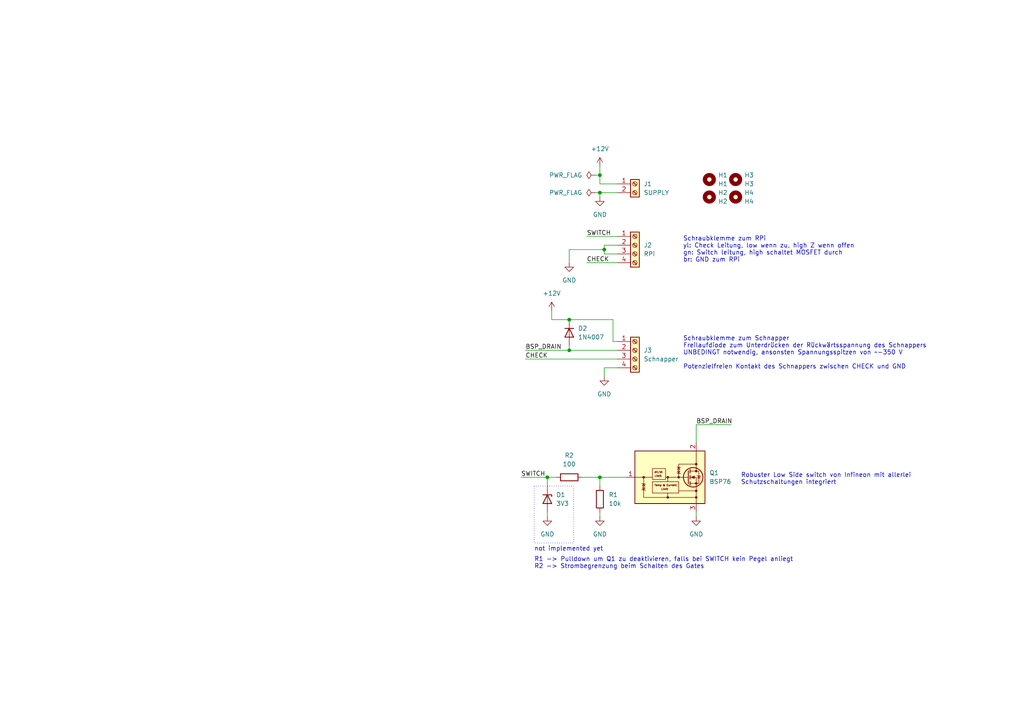
<source format=kicad_sch>
(kicad_sch (version 20231120) (generator "eeschema") (generator_version "8.0")
  (paper "A4")
  (title_block (title "Schnapper Ansteuerung") (date "2024-12-08") (rev "1.0") (company "jdav Freiburg"))
  (lib_symbols
    (symbol "Connector:Screw_Terminal_01x02" (pin_names (offset 1.016) hide)
      (property "Reference" "J" (at 0 2.54 0))
      (property "Value" "Screw_Terminal_01x02" (at 0 -5.08 0))
      (symbol "Screw_Terminal_01x02_1_1"
        (rectangle (start -1.27 1.27) (end 1.27 -3.81) (stroke (width 0.254)) (fill (type background)))
        (circle (center 0 -2.54) (radius 0.635) (stroke (width 0.1524)))
        (polyline (pts (xy -0.5334 -2.2098) (xy 0.3302 -3.048)) (stroke (width 0.1524)))
        (polyline (pts (xy -0.5334 0.3302) (xy 0.3302 -0.508)) (stroke (width 0.1524)))
        (polyline (pts (xy -0.3556 -2.032) (xy 0.508 -2.8702)) (stroke (width 0.1524)))
        (polyline (pts (xy -0.3556 0.508) (xy 0.508 -0.3302)) (stroke (width 0.1524)))
        (circle (center 0 0) (radius 0.635) (stroke (width 0.1524)))
        (pin passive line (at -5.08 0 0) (length 3.81) (name "Pin_1") (number "1"))
        (pin passive line (at -5.08 -2.54 0) (length 3.81) (name "Pin_2") (number "2"))
      )
    )
    (symbol "Connector:Screw_Terminal_01x04" (pin_names (offset 1.016) hide)
      (property "Reference" "J" (at 0 5.08 0))
      (property "Value" "Screw_Terminal_01x04" (at 0 -7.62 0))
      (symbol "Screw_Terminal_01x04_1_1"
        (rectangle (start -1.27 3.81) (end 1.27 -6.35) (stroke (width 0.254)) (fill (type background)))
        (circle (center 0 -5.08) (radius 0.635) (stroke (width 0.1524)))
        (circle (center 0 -2.54) (radius 0.635) (stroke (width 0.1524)))
        (polyline (pts (xy -0.5334 -4.7498) (xy 0.3302 -5.588)) (stroke (width 0.1524)))
        (polyline (pts (xy -0.5334 -2.2098) (xy 0.3302 -3.048)) (stroke (width 0.1524)))
        (polyline (pts (xy -0.5334 0.3302) (xy 0.3302 -0.508)) (stroke (width 0.1524)))
        (polyline (pts (xy -0.5334 2.8702) (xy 0.3302 2.032)) (stroke (width 0.1524)))
        (polyline (pts (xy -0.3556 -4.572) (xy 0.508 -5.4102)) (stroke (width 0.1524)))
        (polyline (pts (xy -0.3556 -2.032) (xy 0.508 -2.8702)) (stroke (width 0.1524)))
        (polyline (pts (xy -0.3556 0.508) (xy 0.508 -0.3302)) (stroke (width 0.1524)))
        (polyline (pts (xy -0.3556 3.048) (xy 0.508 2.2098)) (stroke (width 0.1524)))
        (circle (center 0 0) (radius 0.635) (stroke (width 0.1524)))
        (circle (center 0 2.54) (radius 0.635) (stroke (width 0.1524)))
        (pin passive line (at -5.08 2.54 0) (length 3.81) (name "Pin_1") (number "1"))
        (pin passive line (at -5.08 0 0) (length 3.81) (name "Pin_2") (number "2"))
        (pin passive line (at -5.08 -2.54 0) (length 3.81) (name "Pin_3") (number "3"))
        (pin passive line (at -5.08 -5.08 0) (length 3.81) (name "Pin_4") (number "4"))
      )
    )
    (symbol "Device:D" (pin_numbers hide) (pin_names (offset 1.016) hide)
      (property "Reference" "D" (at 0 2.54 0))
      (property "Value" "D" (at 0 -2.54 0))
      (symbol "D_0_1"
        (polyline (pts (xy -1.27 1.27) (xy -1.27 -1.27)) (stroke (width 0.254)))
        (polyline (pts (xy 1.27 0) (xy -1.27 0)))
        (polyline (pts (xy 1.27 1.27) (xy 1.27 -1.27) (xy -1.27 0) (xy 1.27 1.27)) (stroke (width 0.254)))
      )
      (symbol "D_1_1"
        (pin passive line (at -3.81 0 0) (length 2.54) (name "K") (number "1"))
        (pin passive line (at 3.81 0 180) (length 2.54) (name "A") (number "2"))
      )
    )
    (symbol "Device:D_Zener" (pin_numbers hide) (pin_names (offset 1.016) hide)
      (property "Reference" "D" (at 0 2.54 0))
      (property "Value" "D_Zener" (at 0 -2.54 0))
      (symbol "D_Zener_0_1"
        (polyline (pts (xy 1.27 0) (xy -1.27 0)))
        (polyline (pts (xy -1.27 -1.27) (xy -1.27 1.27) (xy -0.762 1.27)) (stroke (width 0.254)))
        (polyline (pts (xy 1.27 -1.27) (xy 1.27 1.27) (xy -1.27 0) (xy 1.27 -1.27)) (stroke (width 0.254)))
      )
      (symbol "D_Zener_1_1"
        (pin passive line (at -3.81 0 0) (length 2.54) (name "K") (number "1"))
        (pin passive line (at 3.81 0 180) (length 2.54) (name "A") (number "2"))
      )
    )
    (symbol "Device:R" (pin_numbers hide) (pin_names (offset 0))
      (property "Reference" "R" (at 2.032 0 90))
      (property "Value" "R" (at 0 0 90))
      (symbol "R_0_1"
        (rectangle (start -1.016 -2.54) (end 1.016 2.54) (stroke (width 0.254)))
      )
      (symbol "R_1_1"
        (pin passive line (at 0 3.81 270) (length 1.27) (name "~") (number "1"))
        (pin passive line (at 0 -3.81 90) (length 1.27) (name "~") (number "2"))
      )
    )
    (symbol "Driver_FET:BSP75N" (pin_names (offset 0) hide)
      (property "Reference" "Q" (at 5.08 8.89 0))
      (property "Value" "BSP75N" (at -10.16 8.89 0))
      (symbol "BSP75N_0_0"
        (polyline (pts (xy 7.62 -2.54) (xy 7.62 -7.62)))
        (polyline (pts (xy 7.62 2.54) (xy 7.62 7.62)))
        (polyline (pts (xy -0.635 -1.27) (xy -0.635 -0.635) (xy -0.635 0)))
        (polyline (pts (xy 2.54 0) (xy 2.54 3.81) (xy 7.62 3.81)))
        (polyline (pts (xy 7.62 -5.842) (xy -0.635 -5.842) (xy -0.635 -4.572)))
        (polyline (pts (xy -0.635 -5.842) (xy -7.62 -5.842) (xy -7.62 0) (xy -5.08 0)))
        (text "Limit" (at -1.524 -3.429 0) (effects (font (size 0.5334 0.5334))))
        (text "Temp & Current" (at -1.27 -2.286 0) (effects (font (size 0.5334 0.5334))))
      )
      (symbol "BSP75N_0_1"
        (rectangle (start -5.08 -1.27) (end 2.54 -4.572))
        (polyline (pts (xy -7.62 0) (xy -10.16 0)))
        (polyline (pts (xy 7.62 -3.937) (xy 2.667 -3.937)))
      )
      (symbol "BSP75N_1_0"
        (rectangle (start -10.16 7.62) (end 10.16 -7.62) (stroke (width 0.254)) (fill (type background)))
      )
      (symbol "BSP75N_1_1"
        (circle (center -7.62 0) (radius 0.2794) (fill (type outline)))
        (rectangle (start -5.08 2.54) (end -1.27 -0.635))
        (circle (center -0.635 -5.842) (radius 0.2794) (fill (type outline)))
        (circle (center -0.635 0) (radius 0.2794) (fill (type outline)))
        (polyline (pts (xy 2.54 0) (xy -1.27 0)))
        (polyline (pts (xy 2.54 0) (xy 5.334 0)))
        (polyline (pts (xy 5.842 -1.778) (xy 7.62 -1.778)))
        (polyline (pts (xy 5.842 -1.27) (xy 5.842 -2.286)) (stroke (width 0.254)))
        (polyline (pts (xy 5.842 0) (xy 7.62 0)))
        (polyline (pts (xy 5.842 0.508) (xy 5.842 -0.508)) (stroke (width 0.254)))
        (polyline (pts (xy 5.842 1.778) (xy 7.62 1.778)))
        (polyline (pts (xy 5.842 2.286) (xy 5.842 1.27)) (stroke (width 0.254)))
        (polyline (pts (xy 7.62 -1.778) (xy 7.62 -2.54)))
        (polyline (pts (xy 7.62 -1.778) (xy 7.62 0)))
        (polyline (pts (xy 7.62 2.54) (xy 7.62 1.778)))
        (polyline (pts (xy 5.334 1.905) (xy 5.334 -1.905) (xy 5.334 -1.905)) (stroke (width 0.254)))
        (polyline (pts (xy -8.128 -1.778) (xy -8.001 -1.905) (xy -7.239 -1.905) (xy -7.112 -2.032)))
        (polyline (pts (xy -7.62 -3.683) (xy -7.239 -3.048) (xy -8.001 -3.048) (xy -7.62 -3.683)))
        (polyline (pts (xy -7.62 -1.905) (xy -8.001 -2.54) (xy -7.239 -2.54) (xy -7.62 -1.905)))
        (polyline (pts (xy -7.112 -3.81) (xy -7.239 -3.683) (xy -8.001 -3.683) (xy -8.128 -3.556)))
        (polyline (pts (xy 2.032 3.048) (xy 2.159 2.921) (xy 2.921 2.921) (xy 3.048 2.794)))
        (polyline (pts (xy 2.54 1.143) (xy 2.921 1.778) (xy 2.159 1.778) (xy 2.54 1.143)))
        (polyline (pts (xy 2.54 2.921) (xy 2.159 2.286) (xy 2.921 2.286) (xy 2.54 2.921)))
        (polyline (pts (xy 3.048 1.016) (xy 2.921 1.143) (xy 2.159 1.143) (xy 2.032 1.27)))
        (polyline (pts (xy 6.096 0) (xy 7.112 0.381) (xy 7.112 -0.381) (xy 6.096 0)) (fill (type outline)))
        (polyline (pts (xy 7.62 -1.778) (xy 8.382 -1.778) (xy 8.382 1.778) (xy 7.62 1.778)))
        (polyline (pts (xy 7.874 0.508) (xy 8.001 0.381) (xy 8.763 0.381) (xy 8.89 0.254)))
        (polyline (pts (xy 8.382 0.381) (xy 8.001 -0.254) (xy 8.763 -0.254) (xy 8.382 0.381)))
        (circle (center 2.54 0) (radius 0.2794) (fill (type outline)))
        (circle (center 6.731 0) (radius 2.8194) (stroke (width 0.254)))
        (circle (center 7.62 -5.842) (radius 0.2794) (fill (type outline)))
        (circle (center 7.62 -3.937) (radius 0.2794) (fill (type outline)))
        (circle (center 7.62 -1.778) (radius 0.2794) (fill (type outline)))
        (circle (center 7.62 1.778) (radius 0.2794) (fill (type outline)))
        (circle (center 7.62 3.81) (radius 0.2794) (fill (type outline)))
        (text "dV/dt" (at -3.302 1.524 0) (effects (font (size 0.5334 0.5334))))
        (text "Limit" (at -3.429 0.381 0) (effects (font (size 0.5334 0.5334))))
        (pin input line (at -12.7 0 0) (length 2.54) (name "G") (number "1"))
        (pin passive line (at 7.62 10.16 270) (length 2.54) (name "D") (number "2"))
        (pin passive line (at 7.62 -10.16 90) (length 2.54) (name "S") (number "3"))
        (pin passive line (at 7.62 -10.16 90) (length 2.54) hide (name "S") (number "4"))
      )
    )
    (symbol "Mechanical:MountingHole" (pin_names (offset 1.016)) (exclude_from_sim yes) (in_bom no)
      (property "Reference" "H" (at 0 5.08 0))
      (property "Value" "MountingHole" (at 0 3.175 0))
      (symbol "MountingHole_0_1"
        (circle (center 0 0) (radius 1.27) (stroke (width 1.27)))
      )
    )
    (symbol "power:+12V" (power) (pin_names (offset 0))
      (property "Value" "+12V" (at 0 3.556 0))
      (symbol "+12V_0_1"
        (polyline (pts (xy -0.762 1.27) (xy 0 2.54)))
        (polyline (pts (xy 0 0) (xy 0 2.54)))
        (polyline (pts (xy 0 2.54) (xy 0.762 1.27)))
      )
      (symbol "+12V_1_1"
        (pin power_in line (at 0 0 90) (length 0) hide (name "+12V") (number "1"))
      )
    )
    (symbol "power:GND" (power) (pin_names (offset 0))
      (property "Value" "GND" (at 0 -3.81 0))
      (symbol "GND_0_1"
        (polyline (pts (xy 0 0) (xy 0 -1.27) (xy 1.27 -1.27) (xy 0 -2.54) (xy -1.27 -1.27) (xy 0 -1.27)))
      )
      (symbol "GND_1_1"
        (pin power_in line (at 0 0 270) (length 0) hide (name "GND") (number "1"))
      )
    )
    (symbol "power:PWR_FLAG" (power) (pin_numbers hide) (pin_names (offset 0) hide)
      (property "Value" "PWR_FLAG" (at 0 3.81 0))
      (symbol "PWR_FLAG_0_0"
        (pin power_out line (at 0 0 90) (length 0) (name "pwr") (number "1"))
      )
      (symbol "PWR_FLAG_0_1"
        (polyline (pts (xy 0 0) (xy 0 1.27) (xy -1.016 1.905) (xy 0 2.54) (xy 1.016 1.905) (xy 0 1.27)))
      )
    )
  )
  (junction (at 173.99 50.8))
  (junction (at 173.99 138.43))
  (junction (at 158.75 138.43))
  (junction (at 165.1 92.71))
  (junction (at 165.1 101.6))
  (junction (at 175.26 72.39))
  (junction (at 173.99 55.88))
  (wire (pts (xy 158.75 148.59) (xy 158.75 149.86)))
  (wire (pts (xy 165.1 72.39) (xy 175.26 72.39)))
  (wire (pts (xy 173.99 55.88) (xy 179.07 55.88)))
  (wire (pts (xy 165.1 72.39) (xy 165.1 76.2)))
  (wire (pts (xy 173.99 57.15) (xy 173.99 55.88)))
  (wire (pts (xy 165.1 100.33) (xy 165.1 101.6)))
  (wire (pts (xy 160.02 92.71) (xy 160.02 90.17)))
  (wire (pts (xy 158.75 138.43) (xy 158.75 140.97)))
  (wire (pts (xy 165.1 101.6) (xy 179.07 101.6)))
  (wire (pts (xy 175.26 72.39) (xy 175.26 73.66)))
  (wire (pts (xy 177.8 99.06) (xy 179.07 99.06)))
  (wire (pts (xy 173.99 138.43) (xy 173.99 140.97)))
  (wire (pts (xy 158.75 138.43) (xy 161.29 138.43)))
  (wire (pts (xy 152.4 104.14) (xy 179.07 104.14)))
  (wire (pts (xy 201.93 148.59) (xy 201.93 149.86)))
  (wire (pts (xy 152.4 101.6) (xy 165.1 101.6)))
  (wire (pts (xy 170.18 76.2) (xy 179.07 76.2)))
  (wire (pts (xy 165.1 92.71) (xy 177.8 92.71)))
  (wire (pts (xy 201.93 123.19) (xy 212.09 123.19)))
  (wire (pts (xy 175.26 71.12) (xy 175.26 72.39)))
  (wire (pts (xy 172.72 50.8) (xy 173.99 50.8)))
  (wire (pts (xy 177.8 92.71) (xy 177.8 99.06)))
  (wire (pts (xy 175.26 106.68) (xy 179.07 106.68)))
  (wire (pts (xy 201.93 123.19) (xy 201.93 128.27)))
  (wire (pts (xy 179.07 53.34) (xy 173.99 53.34)))
  (wire (pts (xy 175.26 73.66) (xy 179.07 73.66)))
  (wire (pts (xy 165.1 92.71) (xy 160.02 92.71)))
  (wire (pts (xy 173.99 48.26) (xy 173.99 50.8)))
  (wire (pts (xy 170.18 68.58) (xy 179.07 68.58)))
  (wire (pts (xy 175.26 109.22) (xy 175.26 106.68)))
  (wire (pts (xy 173.99 148.59) (xy 173.99 149.86)))
  (wire (pts (xy 151.13 138.43) (xy 158.75 138.43)))
  (wire (pts (xy 173.99 50.8) (xy 173.99 53.34)))
  (wire (pts (xy 172.72 55.88) (xy 173.99 55.88)))
  (wire (pts (xy 168.91 138.43) (xy 173.99 138.43)))
  (wire (pts (xy 173.99 138.43) (xy 181.61 138.43)))
  (wire (pts (xy 175.26 71.12) (xy 179.07 71.12)))
  (rectangle (start 154.94 140.97) (end 166.37 157.48) (stroke (width 0) (type dot)))
  (text "Schraubklemme zum RPi\nyl: Check Leitung, low wenn zu, high Z wenn offen\ngn: Switch leitung, high schaltet MOSFET durch\nbr: GND zum RPi" (at 198.12 76.2 0) (effects (font (size 1.27 1.27)) (justify left bottom)))
  (text "Robuster Low Side switch von Infineon mit allerlei\nSchutzschaltungen integriert" (at 214.884 138.938 0) (effects (font (size 1.27 1.27)) (justify left)))
  (text "Schraubklemme zum Schnapper\nFreilaufdiode zum Unterdrücken der Rückwärtsspannung des Schnappers\nUNBEDINGT notwendig, ansonsten Spannungsspitzen von ~-350 V\n\nPotenzielfreien Kontakt des Schnappers zwischen CHECK und GND" (at 198.12 102.362 0) (effects (font (size 1.27 1.27)) (justify left)))
  (text "not implemented yet" (at 154.94 160.02 0) (effects (font (size 1.27 1.27)) (justify left bottom)))
  (text "R1 -> Pulldown um Q1 zu deaktivieren, falls bei SWITCH kein Pegel anliegt\nR2 -> Strombegrenzung beim Schalten des Gates" (at 154.94 163.322 0) (effects (font (size 1.27 1.27)) (justify left)))
  (label "CHECK" (at 170.18 76.2 0))
  (label "BSP_DRAIN" (at 152.4 101.6 0))
  (label "SWITCH" (at 170.18 68.58 0))
  (label "SWITCH" (at 151.13 138.43 0))
  (label "BSP_DRAIN" (at 201.93 123.19 0))
  (label "CHECK" (at 152.4 104.14 0))
  (symbol (lib_id "Mechanical:MountingHole") (at 205.74 57.15 0) (unit 1) (exclude_from_sim yes) (in_bom no)
    (property "Reference" "H2" (at 208.28 55.8799 0) (effects (justify left)))
    (property "Value" "H2" (at 208.28 58.4199 0) (effects (justify left)))
    (property "Footprint" "MountingHole:MountingHole_3.5mm_Pad" (effects (hide yes)))
    (property "Description" "Mounting Hole without connection" (effects (hide yes)))
  )
  (symbol (lib_id "Device:R") (at 173.99 144.78 0) (unit 1)
    (property "Reference" "R1" (at 176.53 143.51 0) (effects (justify left)))
    (property "Value" "10k" (at 176.53 146.05 0) (effects (justify left)))
    (property "Footprint" "Resistor_THT:R_Axial_DIN0207_L6.3mm_D2.5mm_P10.16mm_Horizontal" (effects (hide yes)))
  )
  (symbol (lib_id "power:GND") (at 173.99 149.86 0) (unit 1)
    (property "Reference" "#PWR02" (effects (hide yes)))
    (property "Value" "GND" (at 173.99 154.94 0))
  )
  (symbol (lib_id "Mechanical:MountingHole") (at 213.36 52.07 0) (unit 1) (exclude_from_sim yes) (in_bom no)
    (property "Reference" "H3" (at 215.9 50.7999 0) (effects (justify left)))
    (property "Value" "H3" (at 215.9 53.3399 0) (effects (justify left)))
    (property "Footprint" "MountingHole:MountingHole_3.5mm_Pad" (effects (hide yes)))
    (property "Description" "Mounting Hole without connection" (effects (hide yes)))
  )
  (symbol (lib_id "Connector:Screw_Terminal_01x02") (at 184.15 53.34 0) (unit 1)
    (property "Reference" "J1" (at 186.69 53.34 0) (effects (justify left)))
    (property "Value" "SUPPLY" (at 186.69 55.88 0) (effects (justify left)))
    (property "Footprint" "TerminalBlock:TerminalBlock_MaiXu_MX126-5.0-02P_1x02_P5.00mm" (effects (hide yes)))
  )
  (symbol (lib_id "power:GND") (at 158.75 149.86 0) (unit 1)
    (property "Reference" "#PWR08" (effects (hide yes)))
    (property "Value" "GND" (at 158.75 154.94 0))
  )
  (symbol (lib_id "Connector:Screw_Terminal_01x04") (at 184.15 101.6 0) (unit 1)
    (property "Reference" "J3" (at 186.69 101.5999 0) (effects (justify left)))
    (property "Value" "Schnapper" (at 186.69 104.1399 0) (effects (justify left)))
    (property "Footprint" "TerminalBlock:TerminalBlock_MaiXu_MX126-5.0-04P_1x04_P5.00mm" (effects (hide yes)))
  )
  (symbol (lib_id "power:GND") (at 173.99 57.15 0) (unit 1)
    (property "Reference" "#PWR05" (effects (hide yes)))
    (property "Value" "GND" (at 173.99 62.23 0))
  )
  (symbol (lib_id "power:+12V") (at 173.99 48.26 0) (unit 1)
    (property "Reference" "#PWR04" (effects (hide yes)))
    (property "Value" "+12V" (at 173.99 43.18 0))
  )
  (symbol (lib_id "Device:D_Zener") (at 158.75 144.78 270) (unit 1)
    (property "Reference" "D1" (at 161.29 143.51 90) (effects (justify left)))
    (property "Value" "3V3" (at 161.29 146.05 90) (effects (justify left)))
    (property "Footprint" "Diode_THT:D_5W_P10.16mm_Horizontal" (effects (hide yes)))
  )
  (symbol (lib_id "Device:D") (at 165.1 96.52 270) (unit 1)
    (property "Reference" "D2" (at 167.64 95.2499 90) (effects (justify left)))
    (property "Value" "1N4007" (at 167.64 97.7899 90) (effects (justify left)))
    (property "Footprint" "Diode_THT:D_5W_P10.16mm_Horizontal" (effects (hide yes)))
    (property "Description" "Diode" (effects (hide yes)))
    (property "Sim.Device" "D" (effects (hide yes)))
    (property "Sim.Pins" "1=K 2=A" (effects (hide yes)))
  )
  (symbol (lib_id "power:GND") (at 165.1 76.2 0) (unit 1)
    (property "Reference" "#PWR01" (effects (hide yes)))
    (property "Value" "GND" (at 165.1 81.28 0))
  )
  (symbol (lib_id "Driver_FET:BSP75N") (at 194.31 138.43 0) (unit 1)
    (property "Reference" "Q1" (at 205.74 137.1599 0) (effects (justify left)))
    (property "Value" "BSP76" (at 205.74 139.6999 0) (effects (justify left)))
    (property "Footprint" "Package_TO_SOT_SMD:SOT-223" (effects (hide yes)))
    (property "Datasheet" "https://www.infineon.com/dgdl/Infineon-BSP75N-DS-v01_04-en.pdf?fileId=db3a30431ed1d7b2011f471f5a0256d1" (effects (hide yes)))
  )
  (symbol (lib_id "power:PWR_FLAG") (at 172.72 50.8 90) (unit 1)
    (property "Reference" "#FLG01" (effects (hide yes)))
    (property "Value" "PWR_FLAG" (at 168.91 50.8 90) (effects (justify left)))
  )
  (symbol (lib_id "power:+12V") (at 160.02 90.17 0) (unit 1)
    (property "Reference" "#PWR06" (effects (hide yes)))
    (property "Value" "+12V" (at 160.02 85.09 0))
  )
  (symbol (lib_id "Mechanical:MountingHole") (at 205.74 52.07 0) (unit 1) (exclude_from_sim yes) (in_bom no)
    (property "Reference" "H1" (at 208.28 50.7999 0) (effects (justify left)))
    (property "Value" "H1" (at 208.28 53.3399 0) (effects (justify left)))
    (property "Footprint" "MountingHole:MountingHole_3.5mm_Pad" (effects (hide yes)))
    (property "Description" "Mounting Hole without connection" (effects (hide yes)))
  )
  (symbol (lib_id "power:GND") (at 175.26 109.22 0) (unit 1)
    (property "Reference" "#PWR07" (effects (hide yes)))
    (property "Value" "GND" (at 175.26 114.3 0))
  )
  (symbol (lib_id "power:PWR_FLAG") (at 172.72 55.88 90) (unit 1)
    (property "Reference" "#FLG02" (effects (hide yes)))
    (property "Value" "PWR_FLAG" (at 168.91 55.88 90) (effects (justify left)))
  )
  (symbol (lib_id "Device:R") (at 165.1 138.43 90) (unit 1)
    (property "Reference" "R2" (at 165.1 132.08 90))
    (property "Value" "100" (at 165.1 134.62 90))
    (property "Footprint" "Resistor_THT:R_Axial_DIN0207_L6.3mm_D2.5mm_P10.16mm_Horizontal" (effects (hide yes)))
  )
  (symbol (lib_id "Mechanical:MountingHole") (at 213.36 57.15 0) (unit 1) (exclude_from_sim yes) (in_bom no)
    (property "Reference" "H4" (at 215.9 55.8799 0) (effects (justify left)))
    (property "Value" "H4" (at 215.9 58.4199 0) (effects (justify left)))
    (property "Footprint" "MountingHole:MountingHole_3.5mm_Pad" (effects (hide yes)))
    (property "Description" "Mounting Hole without connection" (effects (hide yes)))
  )
  (symbol (lib_id "power:GND") (at 201.93 149.86 0) (unit 1)
    (property "Reference" "#PWR03" (effects (hide yes)))
    (property "Value" "GND" (at 201.93 154.94 0))
  )
  (symbol (lib_id "Connector:Screw_Terminal_01x04") (at 184.15 71.12 0) (unit 1)
    (property "Reference" "J2" (at 186.69 71.12 0) (effects (justify left)))
    (property "Value" "RPi" (at 186.69 73.66 0) (effects (justify left)))
    (property "Footprint" "TerminalBlock:TerminalBlock_MaiXu_MX126-5.0-04P_1x04_P5.00mm" (effects (hide yes)))
  )
)
</source>
